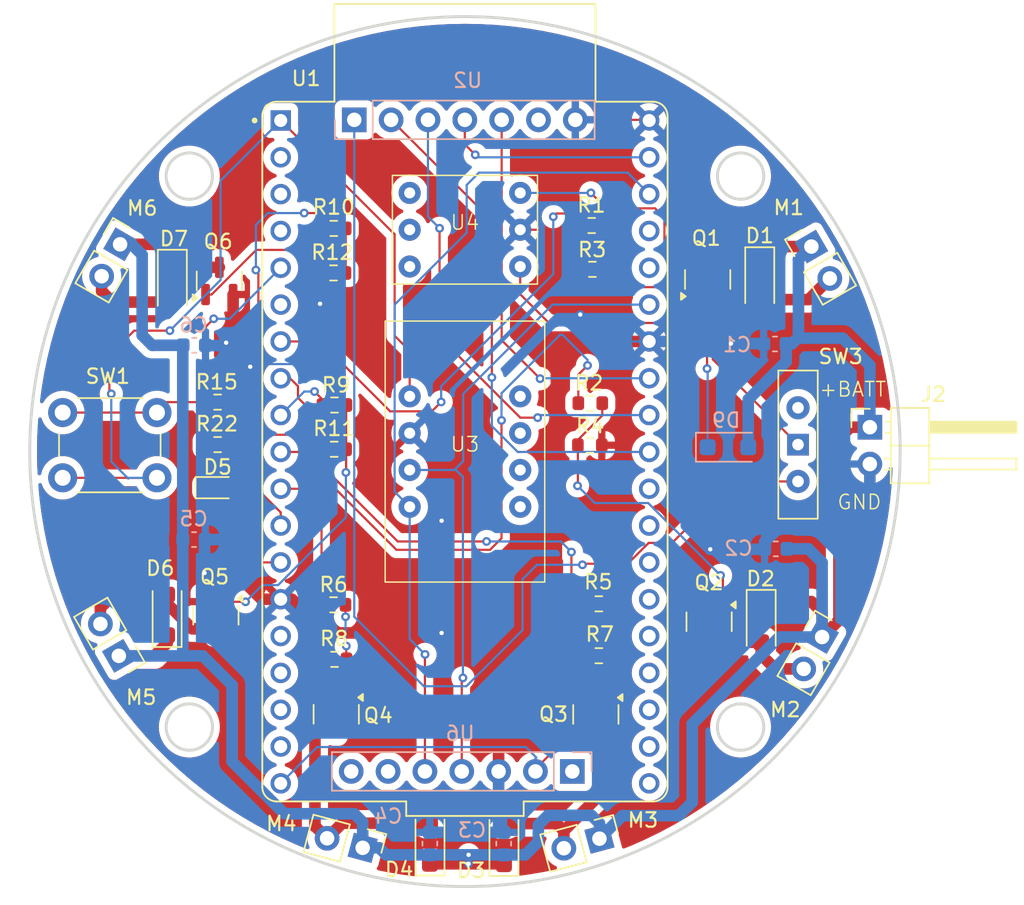
<source format=kicad_pcb>
(kicad_pcb (version 20240108) (generator "pcbnew") (generator_version "8.0")
  (layers (0 "F.Cu" signal) (31 "B.Cu" signal) (34 "B.Paste" user) (35 "F.Paste" user) (36 "B.SilkS" user "B.Silkscreen") (37 "F.SilkS" user "F.Silkscreen") (38 "B.Mask" user) (39 "F.Mask" user) (44 "Edge.Cuts" user))
  (net 0 "")
  (net 1 "+BATT")
  (net 2 "GND")
  (net 3 "Net-(D1-A)")
  (net 4 "Net-(D2-A)")
  (net 5 "Net-(D3-A)")
  (net 6 "Net-(D4-A)")
  (net 7 "Net-(D5-K)")
  (net 8 "Net-(D5-A)")
  (net 9 "Net-(D6-A)")
  (net 10 "Net-(D7-A)")
  (net 11 "Net-(D9-K)")
  (net 12 "Net-(Q1-G)")
  (net 13 "Net-(Q2-G)")
  (net 14 "Net-(Q3-G)")
  (net 15 "Net-(Q4-G)")
  (net 16 "Net-(Q5-G)")
  (net 17 "Net-(Q6-G)")
  (net 18 "motor1")
  (net 19 "motor4")
  (net 20 "motor2")
  (net 21 "motor5")
  (net 22 "motor3")
  (net 23 "motor6")
  (net 24 "Net-(U1-IO34)")
  (net 25 "+3V3")
  (net 26 "+5V")
  (net 28 "Net-(SW3-B)")
  (net 30 "SPI_CS0")
  (net 31 "SPI_SCK")
  (net 32 "SCL")
  (net 42 "SPI_MOSI")
  (net 43 "SPI_MISO")
  (net 49 "SDA")
  (footprint "Package_TO_SOT_SMD:SOT-23" (layer "F.Cu") (at 116.73 88.1325 90)
    (property "Reference" "Q1")
    (property "Value" "SQ2310CES")
  )
  (footprint "drone2:dcdc_converter_5V" (layer "F.Cu") (at 100 84.7)
    (property "Reference" "U4")
    (property "Value" "DCDC converter")
  )
  (footprint "Resistor_SMD:R_0603_1608Metric" (layer "F.Cu") (at 108.735 84.41 180)
    (property "Reference" "R1")
    (property "Value" "100Ω")
  )
  (footprint "Resistor_SMD:R_0603_1608Metric" (layer "F.Cu") (at 91.005 96.79 180)
    (property "Reference" "R9")
    (property "Value" "100Ω")
  )
  (footprint "Button_Switch_THT:SW_Slide-03_Wuerth-WS-SLTV_10x2.5x6.4_P2.54mm" (layer "F.Cu") (at 122.96 99.52 -90)
    (property "Reference" "SW3")
    (property "Value" "SW_Wuerth_450301014042")
  )
  (footprint "Package_TO_SOT_SMD:SOT-23" (layer "F.Cu") (at 91.1275 118.12 -90)
    (property "Reference" "Q4")
    (property "Value" "SQ2310CES")
  )
  (footprint "Button_Switch_THT:SW_PUSH_6mm_H5mm" (layer "F.Cu") (at 78.77 101.81 180)
    (property "Reference" "SW1")
    (property "Value" "SW_Push")
  )
  (footprint "Package_TO_SOT_SMD:SOT-23" (layer "F.Cu") (at 109.0225 118.13 -90)
    (property "Reference" "Q3")
    (property "Value" "SQ2310CES")
  )
  (footprint "Resistor_SMD:R_0603_1608Metric" (layer "F.Cu") (at 90.94 110.57 180)
    (property "Reference" "R6")
    (property "Value" "100Ω")
  )
  (footprint "Resistor_SMD:R_0603_1608Metric" (layer "F.Cu") (at 109.23 114.08)
    (property "Reference" "R7")
    (property "Value" "10kΩ")
  )
  (footprint "Resistor_SMD:R_0603_1608Metric" (layer "F.Cu") (at 108.61 99.56 180)
    (property "Reference" "R4")
    (property "Value" "10kΩ")
  )
  (footprint "Diode_SMD:D_SOD-123F" (layer "F.Cu") (at 79.83 88.29 -90)
    (property "Reference" "D7")
    (property "Value" "SS34")
  )
  (footprint "Package_TO_SOT_SMD:SOT-23" (layer "F.Cu") (at 83.07 88.23 90)
    (property "Reference" "Q6")
    (property "Value" "SQ2310CES")
  )
  (footprint "Connector_PinHeader_2.54mm:PinHeader_1x02_P2.54mm_Vertical" (layer "F.Cu") (at 76.14 114.09 -150)
    (property "Reference" "M5")
    (property "Value" "Motor_DC")
  )
  (footprint "Diode_SMD:D_SOD-123F" (layer "F.Cu") (at 79.47 111.27 90)
    (property "Reference" "D6")
    (property "Value" "SS34")
  )
  (footprint "Diode_SMD:D_SOD-123F" (layer "F.Cu") (at 120.42 111.75 -90)
    (property "Reference" "D2")
    (property "Value" "SS34")
  )
  (footprint "Resistor_SMD:R_0603_1608Metric" (layer "F.Cu") (at 90.955 84.61 180)
    (property "Reference" "R10")
    (property "Value" "100Ω")
  )
  (footprint "Resistor_SMD:R_0603_1608Metric" (layer "F.Cu") (at 108.64 96.66 180)
    (property "Reference" "R2")
    (property "Value" "100Ω")
  )
  (footprint "Connector_PinHeader_2.54mm:PinHeader_1x02_P2.54mm_Vertical" (layer "F.Cu") (at 124.62 112.79 -30)
    (property "Reference" "M2")
    (property "Value" "Motor_DC")
  )
  (footprint "Connector_PinHeader_2.54mm:PinHeader_1x02_P2.54mm_Vertical" (layer "F.Cu") (at 109.271556 126.700006 -75)
    (property "Reference" "M3")
    (property "Value" "Motor_DC")
  )
  (footprint "drone2:bno055_module" (layer "F.Cu") (at 100 100)
    (property "Reference" "U3")
    (property "Value" "bno055")
  )
  (footprint "Resistor_SMD:R_0603_1608Metric" (layer "F.Cu") (at 108.785 87.43)
    (property "Reference" "R3")
    (property "Value" "10kΩ")
  )
  (footprint "ESP32-DEVKITC-32E:MODULE_ESP32-DEVKITC-32E" (layer "F.Cu") (at 100 100)
    (property "Reference" "U1")
    (property "Value" "ESP32-DEVKITC-32E")
  )
  (footprint "Resistor_SMD:R_0603_1608Metric" (layer "F.Cu") (at 82.95 96.59 180)
    (property "Reference" "R15")
    (property "Value" "5.1kΩ")
  )
  (footprint "Diode_SMD:D_0603_1608Metric" (layer "F.Cu") (at 82.92 102.49)
    (property "Reference" "D5")
    (property "Value" "LED")
  )
  (footprint "Diode_SMD:D_SOD-123F" (layer "F.Cu") (at 120.32 88.1175 -90)
    (property "Reference" "D1")
    (property "Value" "SS34")
  )
  (footprint "Diode_SMD:D_SOD-123F" (layer "F.Cu") (at 97.59 127.03 90)
    (property "Reference" "D4")
    (property "Value" "SS34")
  )
  (footprint "Resistor_SMD:R_0603_1608Metric" (layer "F.Cu") (at 90.94 87.68)
    (property "Reference" "R12")
    (property "Value" "10kΩ")
  )
  (footprint "Connector_PinHeader_2.54mm:PinHeader_1x02_P2.54mm_Vertical" (layer "F.Cu") (at 76.2275 85.705818 -30)
    (property "Reference" "M6")
    (property "Value" "Motor_DC")
  )
  (footprint "Connector_PinHeader_2.54mm:PinHeader_1x02_P2.54mm_Horizontal" (layer "F.Cu") (at 127.91 98.32)
    (property "Reference" "J2")
    (property "Value" "Conn_01x02_Pin")
  )
  (footprint "Package_TO_SOT_SMD:SOT-23" (layer "F.Cu") (at 82.8325 111.29 -90)
    (property "Reference" "Q5")
    (property "Value" "SQ2310CES")
  )
  (footprint "Resistor_SMD:R_0603_1608Metric" (layer "F.Cu") (at 82.95 99.52 180)
    (property "Reference" "R22")
    (property "Value" "220Ω")
  )
  (footprint "Resistor_SMD:R_0603_1608Metric" (layer "F.Cu") (at 109.23 110.5 180)
    (property "Reference" "R5")
    (property "Value" "100Ω")
  )
  (footprint "Connector_PinHeader_2.54mm:PinHeader_1x02_P2.54mm_Vertical" (layer "F.Cu") (at 123.88 85.86 30)
    (property "Reference" "M1")
    (property "Value" "Motor_DC")
  )
  (footprint "Connector_PinHeader_2.54mm:PinHeader_1x02_P2.54mm_Vertical" (layer "F.Cu") (at 92.951556 127.329994 -105)
    (property "Reference" "M4")
    (property "Value" "Motor_DC")
  )
  (footprint "Package_TO_SOT_SMD:SOT-23" (layer "F.Cu") (at 116.83 111.7375 -90)
    (property "Reference" "Q2")
    (property "Value" "SQ2310CES")
  )
  (footprint "Diode_SMD:D_SOD-123F" (layer "F.Cu") (at 102.69 127.0575 90)
    (property "Reference" "D3")
    (property "Value" "SS34")
  )
  (footprint "Resistor_SMD:R_0603_1608Metric" (layer "F.Cu") (at 91.01 114.33)
    (property "Reference" "R8")
    (property "Value" "10kΩ")
  )
  (footprint "Resistor_SMD:R_0603_1608Metric" (layer "F.Cu") (at 90.985 99.84)
    (property "Reference" "R11")
    (property "Value" "10kΩ")
  )
  (footprint "Capacitor_SMD:C_0603_1608Metric" (layer "B.Cu") (at 121.37 92.58 180)
    (property "Reference" "C1")
    (property "Value" "22uF")
  )
  (footprint "Capacitor_SMD:C_0603_1608Metric" (layer "B.Cu") (at 102.67 127.04 90)
    (property "Reference" "C3")
    (property "Value" "22uF")
  )
  (footprint "Capacitor_SMD:C_0603_1608Metric" (layer "B.Cu") (at 121.43 106.71 180)
    (property "Reference" "C2")
    (property "Value" "22uF")
  )
  (footprint "Connector_PinSocket_2.54mm:PinSocket_1x07_P2.54mm_Vertical" (layer "B.Cu") (at 107.4 122.06 90)
    (property "Reference" "U6")
    (property "Value" "VL53L1X")
  )
  (footprint "Capacitor_SMD:C_0603_1608Metric" (layer "B.Cu") (at 97.58 127.0375 90)
    (property "Reference" "C4")
    (property "Value" "22uF")
  )
  (footprint "Connector_PinSocket_2.54mm:PinSocket_1x07_P2.54mm_Vertical" (layer "B.Cu") (at 92.37 77.12 -90)
    (property "Reference" "U2")
    (property "Value" "PMW3901")
  )
  (footprint "Capacitor_SMD:C_0603_1608Metric" (layer "B.Cu") (at 81.325 106.07)
    (property "Reference" "C5")
    (property "Value" "22uF")
  )
  (footprint "Diode_SMD:D_SOD-123F" (layer "B.Cu") (at 118.13 99.7)
    (property "Reference" "D9")
    (property "Value" "SS34")
  )
  (footprint "Capacitor_SMD:C_0603_1608Metric" (layer "B.Cu") (at 81.34 92.67)
    (property "Reference" "C6")
    (property "Value" "22uF")
  )
  (gr_circle (center 81 81) (end 82.6 81) (stroke (width 0.2)) (fill none) (layer "Edge.Cuts"))
  (gr_circle (center 81 119) (end 82.6 119) (stroke (width 0.2)) (fill none) (layer "Edge.Cuts"))
  (gr_circle (center 119 81) (end 120.6 81) (stroke (width 0.2)) (fill none) (layer "Edge.Cuts"))
  (gr_circle (center 100 100) (end 130 100) (stroke (width 0.2)) (fill none) (layer "Edge.Cuts"))
  (gr_circle (center 119 119) (end 120.6 119) (stroke (width 0.2)) (fill none) (layer "Edge.Cuts"))
  (gr_text "GND" (at 125.6 104.07 0) (layer "F.SilkS") (effects (font (size 1 1) (thickness 0.1)) (justify left bottom)))
  (gr_text "+BATT" (at 124.36 96.29 0) (layer "F.SilkS") (effects (font (size 1 1) (thickness 0.1)) (justify left bottom)))
  (segment (start 127.91 98.32) (end 126.57 98.32) (width 0.8) (layer "F.Cu") (net 1))
  (segment (start 79.255818 85.705818) (end 79.83 86.28) (width 0.8) (layer "F.Cu") (net 1))
  (segment (start 76.2275 85.705818) (end 79.255818 85.705818) (width 0.8) (layer "F.Cu") (net 1))
  (segment (start 125.78 111.63) (end 124.62 112.79) (width 0.8) (layer "F.Cu") (net 1))
  (segment (start 125.78 99.11) (end 125.78 111.63) (width 0.8) (layer "F.Cu") (net 1))
  (segment (start 123.88 85.86) (end 120.71 85.86) (width 0.8) (layer "F.Cu") (net 1))
  (segment (start 79.47 112.67) (end 79.47 113.21) (width 0.8) (layer "F.Cu") (net 1))
  (segment (start 78.59 114.09) (end 76.14 114.09) (width 0.8) (layer "F.Cu") (net 1))
  (segment (start 120.71 85.86) (end 120.32 86.25) (width 0.8) (layer "F.Cu") (net 1))
  (segment (start 79.83 86.28) (end 79.83 86.89) (width 0.8) (layer "F.Cu") (net 1))
  (segment (start 102.6625 128.43) (end 102.69 128.4575) (width 0.8) (layer "F.Cu") (net 1))
  (segment (start 124.62 111.09) (end 124.62 112.79) (width 0.8) (layer "F.Cu") (net 1))
  (segment (start 97.59 128.43) (end 102.6625 128.43) (width 0.8) (layer "F.Cu") (net 1))
  (segment (start 120.42 110.35) (end 123.88 110.35) (width 0.8) (layer "F.Cu") (net 1))
  (segment (start 120.32 86.25) (end 120.32 86.7175) (width 0.8) (layer "F.Cu") (net 1))
  (segment (start 123.88 110.35) (end 124.62 111.09) (width 0.8) (layer "F.Cu") (net 1))
  (segment (start 126.57 98.32) (end 125.78 99.11) (width 0.8) (layer "F.Cu") (net 1))
  (segment (start 79.47 113.21) (end 78.59 114.09) (width 0.8) (layer "F.Cu") (net 1))
  (via (at 100.25 128.43) (size 0.6) (drill 0.3) (layers "F.Cu" "B.Cu") (net 1))
  (via (at 100.25 127.8125) (size 0.6) (drill 0.3) (layers "F.Cu" "B.Cu") (net 1))
  (segment (start 92.37 124.98) (end 87.550865 124.98) (width 0.8) (layer "B.Cu") (net 1))
  (segment (start 105.72 125.09) (end 105.06 125.75) (width 0.8) (layer "B.Cu") (net 1))
  (segment (start 115.67 118.790881) (end 115.67 124.18) (width 0.8) (layer "B.Cu") (net 1))
  (segment (start 105.06 125.75) (end 105.06 126.91) (width 0.8) (layer "B.Cu") (net 1))
  (segment (start 83.95 116.11) (end 81.93 114.09) (width 0.8) (layer "B.Cu") (net 1))
  (segment (start 127.91 98.32) (end 127.91 94.05) (width 0.8) (layer "B.Cu") (net 1))
  (segment (start 80.59 114.09) (end 76.14 114.09) (width 0.8) (layer "B.Cu") (net 1))
  (segment (start 126.04 92.18) (end 123.05 92.18) (width 0.8) (layer "B.Cu") (net 1))
  (segment (start 122.145 93.795) (end 119.53 96.41) (width 0.8) (layer "B.Cu") (net 1))
  (segment (start 81.93 114.09) (end 80.59 114.09) (width 0.8) (layer "B.Cu") (net 1))
  (segment (start 97.58 127.8125) (end 94.5725 127.8125) (width 0.8) (layer "B.Cu") (net 1))
  (segment (start 122.145 92.58) (end 122.53 92.58) (width 0.8) (layer "B.Cu") (net 1))
  (segment (start 114.799779 125.050221) (end 114.701826 125.110001) (width 0.8) (layer "B.Cu") (net 1))
  (segment (start 109.271556 125.641556) (end 108.72 125.09) (width 0.8) (layer "B.Cu") (net 1))
  (segment (start 97.58 127.8125) (end 102.6675 127.8125) (width 0.8) (layer "B.Cu") (net 1))
  (segment (start 80.565 92.67) (end 78.44 92.67) (width 0.8) (layer "B.Cu") (net 1))
  (segment (start 108.72 125.09) (end 105.72 125.09) (width 0.8) (layer "B.Cu") (net 1))
  (segment (start 94.5725 127.8125) (end 94.089994 127.329994) (width 0.8) (layer "B.Cu") (net 1))
  (segment (start 109.271556 126.700006) (end 109.271556 125.641556) (width 0.8) (layer "B.Cu") (net 1))
  (segment (start 94.089994 127.329994) (end 92.951556 127.329994) (width 0.8) (layer "B.Cu") (net 1))
  (segment (start 104.155 127.815) (end 102.67 127.815) (width 0.8) (layer "B.Cu") (net 1))
  (segment (start 87.550865 124.98) (end 83.95 121.379135) (width 0.8) (layer "B.Cu") (net 1))
  (segment (start 124.62 107.65) (end 124.62 112.79) (width 0.8) (layer "B.Cu") (net 1))
  (segment (start 123.05 92.18) (end 122.99 92.12) (width 0.8) (layer "B.Cu") (net 1))
  (segment (start 121.670881 112.79) (end 115.67 118.790881) (width 0.8) (layer "B.Cu") (net 1))
  (segment (start 122.53 92.58) (end 122.99 92.12) (width 0.8) (layer "B.Cu") (net 1))
  (segment (start 122.99 86.75) (end 123.88 85.86) (width 0.8) (layer "B.Cu") (net 1))
  (segment (start 115.67 124.18) (end 114.799779 125.050221) (width 0.8) (layer "B.Cu") (net 1))
  (segment (start 80.55 114.05) (end 80.59 114.09) (width 0.8) (layer "B.Cu") (net 1))
  (segment (start 114.701826 125.110001) (end 110.861561 125.110001) (width 0.8) (layer "B.Cu") (net 1))
  (segment (start 83.95 121.379135) (end 83.95 116.11) (width 0.8) (layer "B.Cu") (net 1))
  (segment (start 122.99 92.12) (end 122.99 86.75) (width 0.8) (layer "B.Cu") (net 1))
  (segment (start 122.205 106.71) (end 123.68 106.71) (width 0.8) (layer "B.Cu") (net 1))
  (segment (start 80.55 106.07) (end 80.55 92.685) (width 0.8) (layer "B.Cu") (net 1))
  (segment (start 102.6675 127.8125) (end 102.67 127.815) (width 0.8) (layer "B.Cu") (net 1))
  (segment (start 119.53 96.41) (end 119.53 99.7) (width 0.8) (layer "B.Cu") (net 1))
  (segment (start 92.951556 127.329994) (end 92.951556 125.561556) (width 0.8) (layer "B.Cu") (net 1))
  (segment (start 124.62 112.79) (end 121.670881 112.79) (width 0.8) (layer "B.Cu") (net 1))
  (segment (start 77.025818 85.705818) (end 76.2275 85.705818) (width 0.8) (layer "B.Cu") (net 1))
  (segment (start 110.861561 125.110001) (end 109.271556 126.700006) (width 0.8) (layer "B.Cu") (net 1))
  (segment (start 92.951556 125.561556) (end 92.37 124.98) (width 0.8) (layer "B.Cu") (net 1))
  (segment (start 78.44 92.67) (end 77.75 91.98) (width 0.8) (layer "B.Cu") (net 1))
  (segment (start 105.06 126.91) (end 104.155 127.815) (width 0.8) (layer "B.Cu") (net 1))
  (segment (start 77.75 91.98) (end 77.75 86.43) (width 0.8) (layer "B.Cu") (net 1))
  (segment (start 122.145 92.58) (end 122.145 93.795) (width 0.8) (layer "B.Cu") (net 1))
  (segment (start 127.91 94.05) (end 126.04 92.18) (width 0.8) (layer "B.Cu") (net 1))
  (segment (start 80.55 106.07) (end 80.55 114.05) (width 0.8) (layer "B.Cu") (net 1))
  (segment (start 77.75 86.43) (end 77.025818 85.705818) (width 0.8) (layer "B.Cu") (net 1))
  (segment (start 80.55 92.685) (end 80.565 92.67) (width 0.8) (layer "B.Cu") (net 1))
  (segment (start 123.68 106.71) (end 124.62 107.65) (width 0.8) (layer "B.Cu") (net 1))
  (segment (start 98.39 112.51) (end 106.835 112.51) (width 0.8) (layer "F.Cu") (net 2))
  (segment (start 85.975 110.185) (end 87.3 110.185) (width 0.8) (layer "F.Cu") (net 2))
  (segment (start 83.775 96.59) (end 83.775 98.84) (width 0.15) (layer "F.Cu") (net 2))
  (segment (start 117.68 91.89) (end 118.34 92.55) (width 0.8) (layer "F.Cu") (net 2))
  (segment (start 115.88 110.8) (end 115.88 107.77) (width 0.8) (layer "F.Cu") (net 2))
  (segment (start 81.8825 108.5375) (end 82.05 108.37) (width 0.8) (layer "F.Cu") (net 2))
  (segment (start 88.94 112.51) (end 98.39 112.51) (width 0.8) (layer "F.Cu") (net 2))
  (segment (start 106.3 103.42) (end 106.3 94.18) (width 0.8) (layer "F.Cu") (net 2))
  (segment (start 108.075 92.405) (end 112.7 92.405) (width 0.8) (layer "F.Cu") (net 2))
  (segment (start 81.8825 110.3525) (end 81.8825 108.5375) (width 0.8) (layer "F.Cu") (net 2))
  (segment (start 90.115 89.705) (end 90.115 87.68) (width 0.15) (layer "F.Cu") (net 2))
  (segment (start 106.04 84.7) (end 103.81 84.7) (width 0.15) (layer "F.Cu") (net 2))
  (segment (start 90.1775 114.3375) (end 90.185 114.33) (width 0.8) (layer "F.Cu") (net 2))
  (segment (start 108.0725 117.1925) (end 108.0725 115.4975) (width 0.8) (layer "F.Cu") (net 2))
  (segment (start 109.435 101.965) (end 107.9 103.5) (width 0.15) (layer "F.Cu") (net 2))
  (segment (start 115.88 107.77) (end 116.91 106.74) (width 0.8) (layer "F.Cu") (net 2))
  (segment (start 90.1775 115.98) (end 90.1775 114.3375) (width 0.8) (layer "F.Cu") (net 2))
  (segment (start 82.05 108.37) (end 84.16 108.37) (width 0.8) (layer "F.Cu") (net 2))
  (segment (start 107.9 103.5) (end 106.38 103.5) (width 0.15) (layer "F.Cu") (net 2))
  (segment (start 106.38 103.5) (end 106.3 103.42) (width 0.15) (layer "F.Cu") (net 2))
  (segment (start 106.3 111.975) (end 106.3 103.42) (width 0.8) (layer "F.Cu") (net 2))
  (segment (start 106.835 112.51) (end 106.9825 112.6575) (width 0.8) (layer "F.Cu") (net 2))
  (segment (start 88.94 112.51) (end 88.94 115.36) (width 0.8) (layer "F.Cu") (net 2))
  (segment (start 106.9825 112.6575) (end 106.3 111.975) (width 0.8) (layer "F.Cu") (net 2))
  (segment (start 108.0725 115.4975) (end 108.405 115.165) (width 0.8) (layer "F.Cu") (net 2))
  (segment (start 107.96 87.43) (end 107.96 90.54) (width 0.15) (layer "F.Cu") (net 2))
  (segment (start 98.39 100.93) (end 98.39 104.77) (width 0.15) (layer "F.Cu") (net 2))
  (segment (start 109.435 99.56) (end 109.435 101.965) (width 0.15) (layer "F.Cu") (net 2))
  (segment (start 102.32 118.47) (end 103.5975 117.1925) (width 0.8) (layer "F.Cu") (net 2))
  (segment (start 108.405 114.08) (end 106.9825 112.6575) (width 0.8) (layer "F.Cu") (net 2))
  (segment (start 90.1775 117.1825) (end 90.1775 115.98) (width 0.8) (layer "F.Cu") (net 2))
  (segment (start 108.405 115.165) (end 108.405 114.08) (width 0.8) (layer "F.Cu") (net 2))
  (segment (start 83.775 98.84) (end 83.775 99.52) (width 0.15) (layer "F.Cu") (net 2))
  (segment (start 107.96 87.43) (end 107.96 86.58) (width 0.15) (layer "F.Cu") (net 2))
  (segment (start 112.655 77.12) (end 112.7 77.165) (width 0.15) (layer "F.Cu") (net 2))
  (segment (start 107.61 77.12) (end 112.655 77.12) (width 0.15) (layer "F.Cu") (net 2))
  (segment (start 106.3 94.18) (end 108.075 92.405) (width 0.8) (layer "F.Cu") (net 2))
  (segment (start 90.01 89.81) (end 90.115 89.705) (width 0.15) (layer "F.Cu") (net 2))
  (segment (start 88.94 111.05) (end 88.94 112.51) (width 0.8) (layer "F.Cu") (net 2))
  (segment (start 83.775 95.575) (end 85.2 94.15) (width 0.15) (layer "F.Cu") (net 2))
  (segment (start 87.3 110.185) (end 88.075 110.185) (width 0.8) (layer "F.Cu") (net 2))
  (segment (start 83.775 96.59) (end 83.775 95.575) (width 0.15) (layer "F.Cu") (net 2))
  (segment (start 83.775 98.84) (end 89.89 98.84) (width 0.15) (layer "F.Cu") (net 2))
  (segment (start 89.89 98.84) (end 90.16 99.11) (width 0.15) (layer "F.Cu") (net 2))
  (segment (start 96.19 98.73) (end 98.39 100.93) (width 0.15) (layer "F.Cu") (net 2))
  (segment (start 117.68 89.07) (end 117.68 91.89) (width 0.8) (layer "F.Cu") (net 2))
  (segment (start 103.5975 117.1925) (end 108.0725 117.1925) (width 0.8) (layer "F.Cu") (net 2))
  (segment (start 106.06 84.68) (end 106.04 84.7) (width 0.15) (layer "F.Cu") (net 2))
  (segment (start 107.61 80.9) (end 107.61 77.12) (width 0.15) (layer "F.Cu") (net 2))
  (segment (start 84.16 108.37) (end 85.975 110.185) (width 0.8) (layer "F.Cu") (net 2))
  (segment (start 103.81 84.7) (end 107.61 80.9) (width 0.15) (layer "F.Cu") (net 2))
  (segment (start 88.94 115.36) (end 89.56 115.98) (width 0.8) (layer "F.Cu") (net 2))
  (segment (start 90.16 99.11) (end 90.16 99.84) (width 0.15) (layer "F.Cu") (net 2))
  (segment (start 88.075 110.185) (end 88.94 111.05) (width 0.8) (layer "F.Cu") (net 2))
  (segment (start 107.96 86.58) (end 106.06 84.68) (width 0.15) (layer "F.Cu") (net 2))
  (segment (start 102.32 122.06) (end 102.32 118.47) (width 0.8) (layer "F.Cu") (net 2))
  (segment (start 107.96 90.54) (end 107.95 90.55) (width 0.15) (layer "F.Cu") (net 2))
  (segment (start 89.56 115.98) (end 90.1775 115.98) (width 0.8) (layer "F.Cu") (net 2))
  (segment (start 84.02 89.1675) (end 84.02 92.01) (width 0.8) (layer "F.Cu") (net 2))
  (segment (start 84.02 92.01) (end 83.54 92.49) (width 0.8) (layer "F.Cu") (net 2))
  (via (at 116.91 106.74) (size 0.6) (drill 0.3) (layers "F.Cu" "B.Cu") (net 2))
  (via (at 118.34 92.55) (size 0.6) (drill 0.3) (layers "F.Cu" "B.Cu") (net 2))
  (via (at 85.2 94.15) (size 0.6) (drill 0.3) (layers "F.Cu" "B.Cu") (net 2))
  (via (at 98.39 104.77) (size 0.6) (drill 0.3) (layers "F.Cu" "B.Cu") (net 2))
  (via (at 90.01 89.81) (size 0.6) (drill 0.3) (layers "F.Cu" "B.Cu") (net 2))
  (via (at 83.54 92.49) (size 0.6) (drill 0.3) (layers "F.Cu" "B.Cu") (net 2))
  (via (at 107.95 90.55) (size 0.6) (drill 0.3) (layers "F.Cu" "B.Cu") (net 2))
  (via (at 82.05 108.37) (size 0.6) (drill 0.3) (layers "F.Cu" "B.Cu") (net 2))
  (via (at 98.39 112.51) (size 0.6) (drill 0.3) (layers "F.Cu" "B.Cu") (net 2))
  (segment (start 85.2 94.15) (end 83.54 92.49) (width 0.8) (layer "B.Cu") (net 2))
  (segment (start 82.1 106.07) (end 84.35 106.07) (width 0.8) (layer "B.Cu") (net 2))
  (segment (start 115.26 105.09) (end 115.26 92.405) (width 0.8) (layer "B.Cu") (net 2))
  (segment (start 120.655 106.71) (end 120.655 106.235) (width 0.8) (layer "B.Cu") (net 2))
  (segment (start 112.7 92.405) (end 115.26 92.405) (width 0.8) (layer "B.Cu") (net 2))
  (segment (start 116.91 106.74) (end 115.26 105.09) (width 0.8) (layer "B.Cu") (net 2))
  (segment (start 98.39 104.77) (end 98.39 112.51) (width 0.15) (layer "B.Cu") (net 2))
  (segment (start 109.805 92.405) (end 112.7 92.405) (width 0.15) (layer "B.Cu") (net 2))
  (segment (start 116.91 106.74) (end 120.625 106.74) (width 0.8) (layer "B.Cu") (net 2))
  (segment (start 85.384 93.966) (end 88.264 93.966) (width 0.15) (layer "B.Cu") (net 2))
  (segment (start 102.6675 126.2625) (end 102.67 126.265) (width 0.8) (layer "B.Cu") (net 2))
  (segment (start 97.58 126.2625) (end 102.15 126.2625) (width 0.8) (layer "B.Cu") (net 2))
  (segment (start 89.98 92.25) (end 89.98 89.84) (width 0.15) (layer "B.Cu") (net 2))
  (segment (start 83.54 92.49) (end 83.34 92.69) (width 0.8) (layer "B.Cu") (net 2))
  (segment (start 84.35 106.07) (end 85.2 105.22) (width 0.8) (layer "B.Cu") (net 2))
  (segment (start 118.34 92.55) (end 120.565 92.55) (width 0.8) (layer "B.Cu") (net 2))
  (segment (start 82.135 92.69) (end 82.115 92.67) (width 0.8) (layer "B.Cu") (net 2))
  (segment (start 83.34 92.69) (end 82.135 92.69) (width 0.8) (layer "B.Cu") (net 2))
  (segment (start 85.2 94.15) (end 85.384 93.966) (width 0.15) (layer "B.Cu") (net 2))
  (segment (start 102.15 126.2625) (end 102.6675 126.2625) (width 0.8) (layer "B.Cu") (net 2))
  (segment (start 127.91 103.59) (end 127.91 100.86) (width 0.8) (layer "B.Cu") (net 2))
  (segment (start 122.11 104.78) (end 126.72 104.78) (width 0.8) (layer "B.Cu") (net 2))
  (segment (start 118.195 92.405) (end 118.34 92.55) (width 0.8) (layer "B.Cu") (net 2))
  (segment (start 82.05 108.37) (end 82.05 106.12) (width 0.8) (layer "B.Cu") (net 2))
  (segment (start 82.05 106.12) (end 82.1 106.07) (width 0.8) (layer "B.Cu") (net 2))
  (segment (start 89.98 89.84) (end 90.01 89.81) (width 0.15) (layer "B.Cu") (net 2))
  (segment (start 115.26 92.405) (end 118.195 92.405) (width 0.8) (layer "B.Cu") (net 2))
  (segment (start 120.625 106.74) (end 120.655 106.71) (width 0.8) (layer "B.Cu") (net 2))
  (segment (start 120.565 92.55) (end 120.595 92.58) (width 0.8) (layer "B.Cu") (net 2))
  (segment (start 120.655 106.235) (end 122.11 104.78) (width 0.8) (layer "B.Cu") (net 2))
  (segment (start 107.95 90.55) (end 109.805 92.405) (width 0.15) (layer "B.Cu") (net 2))
  (segment (start 102.32 122.06) (end 102.32 126.0925) (width 0.8) (layer "B.Cu") (net 2))
  (segment (start 102.32 126.0925) (end 102.15 126.2625) (width 0.8) (layer "B.Cu") (net 2))
  (segment (start 126.72 104.78) (end 127.91 103.59) (width 0.8) (layer "B.Cu") (net 2))
  (segment (start 88.264 93.966) (end 89.98 92.25) (width 0.15) (layer "B.Cu") (net 2))
  (segment (start 85.2 105.22) (end 85.2 94.15) (width 0.8) (layer "B.Cu") (net 2))
  (segment (start 120.32 88.71) (end 120.32 89.5175) (width 0.8) (layer "F.Cu") (net 3))
  (segment (start 118.805 87.195) (end 120.32 88.71) (width 0.8) (layer "F.Cu") (net 3))
  (segment (start 123.692205 89.5175) (end 125.15 88.059705) (width 0.8) (layer "F.Cu") (net 3))
  (segment (start 116.73 87.195) (end 118.805 87.195) (width 0.8) (layer "F.Cu") (net 3))
  (segment (start 120.32 89.5175) (end 123.692205 89.5175) (width 0.8) (layer "F.Cu") (net 3))
  (segment (start 120.42 113.15) (end 120.42 114.02) (width 0.8) (layer "F.Cu") (net 4))
  (segment (start 121.389705 114.989705) (end 123.35 114.989705) (width 0.8) (layer "F.Cu") (net 4))
  (segment (start 119.21 113.15) (end 120.42 113.15) (width 0.8) (layer "F.Cu") (net 4))
  (segment (start 120.42 114.02) (end 121.389705 114.989705) (width 0.8) (layer "F.Cu") (net 4))
  (segment (start 116.83 112.675) (end 118.735 112.675) (width 0.8) (layer "F.Cu") (net 4))
  (segment (start 118.735 112.675) (end 119.21 113.15) (width 0.8) (layer "F.Cu") (net 4))
  (segment (start 102.69 125.6575) (end 106.320279 125.6575) (width 0.8) (layer "F.Cu") (net 5))
  (segment (start 106.818104 127.357406) (end 106.818104 126.155325) (width 0.8) (layer "F.Cu") (net 5))
  (segment (start 110.3 122.673429) (end 110.3 119.65) (width 0.8) (layer "F.Cu") (net 5))
  (segment (start 106.818104 126.155325) (end 110.3 122.673429) (width 0.8) (layer "F.Cu") (net 5))
  (segment (start 109.7175 119.0675) (end 109.0225 119.0675) (width 0.8) (layer "F.Cu") (net 5))
  (segment (start 110.3 119.65) (end 109.7175 119.0675) (width 0.8) (layer "F.Cu") (net 5))
  (segment (start 106.320279 125.6575) (end 106.818104 126.155325) (width 0.8) (layer "F.Cu") (net 5))
  (segment (start 91.540698 125.63) (end 90.498104 126.672594) (width 0.8) (layer "F.Cu") (net 6))
  (segment (start 91.1275 119.0575) (end 89.9525 119.0575) (width 0.8) (layer "F.Cu") (net 6))
  (segment (start 89.9525 119.0575) (end 89.66 119.35) (width 0.8) (layer "F.Cu") (net 6))
  (segment (start 89.68551 125.86) (end 90.498104 126.672594) (width 0.8) (layer "F.Cu") (net 6))
  (segment (start 97.59 125.63) (end 91.540698 125.63) (width 0.8) (layer "F.Cu") (net 6))
  (segment (start 89.66 125.86) (end 89.68551 125.86) (width 0.8) (layer "F.Cu") (net 6))
  (segment (start 89.66 119.35) (end 89.66 125.86) (width 0.8) (layer "F.Cu") (net 6))
  (segment (start 82.125 99.52) (end 82.125 102.4825) (width 0.15) (layer "F.Cu") (net 7))
  (segment (start 82.125 102.4825) (end 82.1325 102.49) (width 0.15) (layer "F.Cu") (net 7))
  (segment (start 84.455 107.645) (end 87.3 107.645) (width 0.15) (layer "F.Cu") (net 8))
  (segment (start 83.7075 102.49) (end 83.7075 106.8975) (width 0.15) (layer "F.Cu") (net 8))
  (segment (start 83.7075 106.8975) (end 84.455 107.645) (width 0.15) (layer "F.Cu") (net 8))
  (segment (start 79.47 110.49) (end 81.2075 112.2275) (width 0.8) (layer "F.Cu") (net 9))
  (segment (start 75.78 109.87) (end 79.47 109.87) (width 0.8) (layer "F.Cu") (net 9))
  (segment (start 81.2075 112.2275) (end 82.8325 112.2275) (width 0.8) (layer "F.Cu") (net 9))
  (segment (start 74.87 111.890295) (end 74.87 110.78) (width 0.8) (layer "F.Cu") (net 9))
  (segment (start 79.47 109.87) (end 79.47 110.49) (width 0.8) (layer "F.Cu") (net 9))
  (segment (start 74.87 110.78) (end 75.78 109.87) (width 0.8) (layer "F.Cu") (net 9))
  (segment (start 79.83 88.97) (end 81.5075 87.2925) (width 0.8) (layer "F.Cu") (net 10))
  (segment (start 81.5075 87.2925) (end 83.07 87.2925) (width 0.8) (layer "F.Cu") (net 10))
  (segment (start 75.71 89.69) (end 79.83 89.69) (width 0.8) (layer "F.Cu") (net 10))
  (segment (start 74.9575 87.905523) (end 74.9575 88.9375) (width 0.8) (layer "F.Cu") (net 10))
  (segment (start 74.9575 88.9375) (end 75.71 89.69) (width 0.8) (layer "F.Cu") (net 10))
  (segment (start 79.83 89.69) (end 79.83 88.97) (width 0.8) (layer "F.Cu") (net 10))
  (segment (start 116.69 92.52) (end 115.3 91.13) (width 0.15) (layer "F.Cu") (net 11))
  (segment (start 103.81 89.15) (end 103.81 87.24) (width 0.15) (layer "F.Cu") (net 11))
  (segment (start 116.69 94.28) (end 116.69 92.52) (width 0.15) (layer "F.Cu") (net 11))
  (segment (start 115.3 91.13) (end 105.79 91.13) (width 0.15) (layer "F.Cu") (net 11))
  (segment (start 105.79 91.13) (end 103.81 89.15) (width 0.15) (layer "F.Cu") (net 11))
  (via (at 116.69 94.28) (size 0.6) (drill 0.3) (layers "F.Cu" "B.Cu") (net 11))
  (segment (start 116.73 94.32) (end 116.69 94.28) (width 0.15) (layer "B.Cu") (net 11))
  (segment (start 116.73 99.7) (end 116.73 94.32) (width 0.15) (layer "B.Cu") (net 11))
  (segment (start 109.61 84.46) (end 109.56 84.41) (width 0.15) (layer "F.Cu") (net 12))
  (segment (start 109.61 87.43) (end 109.61 84.46) (width 0.15) (layer "F.Cu") (net 12))
  (segment (start 110.48 88.66) (end 114.56 88.66) (width 0.15) (layer "F.Cu") (net 12))
  (segment (start 109.61 87.79) (end 110.48 88.66) (width 0.15) (layer "F.Cu") (net 12))
  (segment (start 114.56 88.66) (end 114.97 89.07) (width 0.15) (layer "F.Cu") (net 12))
  (segment (start 109.61 87.43) (end 109.61 87.79) (width 0.15) (layer "F.Cu") (net 12))
  (segment (start 114.97 89.07) (end 115.78 89.07) (width 0.15) (layer "F.Cu") (net 12))
  (segment (start 107.785 99.56) (end 107.785 99.195) (width 0.15) (layer "F.Cu") (net 13))
  (segment (start 107.785 102.335) (end 107.785 99.56) (width 0.15) (layer "F.Cu") (net 13))
  (segment (start 117.78 108.7) (end 117.62 108.54) (width 0.15) (layer "F.Cu") (net 13))
  (segment (start 107.785 99.195) (end 109.465 97.515) (width 0.15) (layer "F.Cu") (net 13))
  (segment (start 117.78 110.8) (end 117.78 108.7) (width 0.15) (layer "F.Cu") (net 13))
  (segment (start 109.465 97.515) (end 109.465 96.66) (width 0.15) (layer "F.Cu") (net 13))
  (segment (start 107.76 102.36) (end 107.785 102.335) (width 0.15) (layer "F.Cu") (net 13))
  (via (at 107.76 102.36) (size 0.6) (drill 0.3) (layers "F.Cu" "B.Cu") (net 13))
  (via (at 117.62 108.54) (size 0.6) (drill 0.3) (layers "F.Cu" "B.Cu") (net 13))
  (segment (start 108.95 103.55) (end 107.76 102.36) (width 0.15) (layer "B.Cu") (net 13))
  (segment (start 117.62 108.54) (end 112.63 103.55) (width 0.15) (layer "B.Cu") (net 13))
  (segment (start 112.63 103.55) (end 108.95 103.55) (width 0.15) (layer "B.Cu") (net 13))
  (segment (start 109.9725 117.1925) (end 109.9725 114.1625) (width 0.15) (layer "F.Cu") (net 14))
  (segment (start 109.9725 114.1625) (end 110.055 114.08) (width 0.15) (layer "F.Cu") (net 14))
  (segment (start 110.055 114.08) (end 110.055 110.5) (width 0.15) (layer "F.Cu") (net 14))
  (segment (start 91.835 116.94) (end 92.0775 117.1825) (width 0.15) (layer "F.Cu") (net 15))
  (segment (start 91.765 110.57) (end 91.765 111.385) (width 0.15) (layer "F.Cu") (net 15))
  (segment (start 91.765 111.385) (end 91.77 111.39) (width 0.15) (layer "F.Cu") (net 15))
  (segment (start 91.82 114.315) (end 91.835 114.33) (width 0.15) (layer "F.Cu") (net 15))
  (segment (start 91.82 113.41) (end 91.82 114.315) (width 0.15) (layer "F.Cu") (net 15))
  (segment (start 91.835 114.33) (end 91.835 116.94) (width 0.15) (layer "F.Cu") (net 15))
  (via (at 91.77 111.39) (size 0.6) (drill 0.3) (layers "F.Cu" "B.Cu") (net 15))
  (via (at 91.82 113.41) (size 0.6) (drill 0.3) (layers "F.Cu" "B.Cu") (net 15))
  (segment (start 91.77 111.39) (end 91.77 113.36) (width 0.15) (layer "B.Cu") (net 15))
  (segment (start 91.77 113.36) (end 91.82 113.41) (width 0.15) (layer "B.Cu") (net 15))
  (segment (start 91.81 99.84) (end 91.81 101.425) (width 0.15) (layer "F.Cu") (net 16))
  (segment (start 84.878603 110.361397) (end 83.791397 110.361397) (width 0.15) (layer "F.Cu") (net 16))
  (segment (start 91.81 99.84) (end 91.81 96.81) (width 0.15) (layer "F.Cu") (net 16))
  (segment (start 91.81 101.425) (end 91.795 101.44) (width 0.15) (layer "F.Cu") (net 16))
  (segment (start 91.81 96.81) (end 91.83 96.79) (width 0.15) (layer "F.Cu") (net 16))
  (segment (start 83.791397 110.361397) (end 83.7825 110.3525) (width 0.15) (layer "F.Cu") (net 16))
  (via (at 84.878603 110.361397) (size 0.6) (drill 0.3) (layers "F.Cu" "B.Cu") (net 16))
  (via (at 91.795 101.44) (size 0.6) (drill 0.3) (layers "F.Cu" "B.Cu") (net 16))
  (segment (start 86.03 109.21) (end 84.878603 110.361397) (width 0.15) (layer "B.Cu") (net 16))
  (segment (start 87.119516 109.21) (end 86.03 109.21) (width 0.15) (layer "B.Cu") (net 16))
  (segment (start 91.795 104.534516) (end 87.119516 109.21) (width 0.15) (layer "B.Cu") (net 16))
  (segment (start 91.795 101.44) (end 91.795 104.534516) (width 0.15) (layer "B.Cu") (net 16))
  (segment (start 91.78 86.09) (end 91.78 87.665) (width 0.15) (layer "F.Cu") (net 17))
  (segment (start 91.78 84.61) (end 91.78 86.09) (width 0.15) (layer "F.Cu") (net 17))
  (segment (start 82.12 89.1675) (end 82.537696 89.1675) (width 0.15) (layer "F.Cu") (net 17))
  (segment (start 91.78 87.665) (end 91.765 87.68) (width 0.15) (layer "F.Cu") (net 17))
  (segment (start 85.615196 86.09) (end 91.78 86.09) (width 0.15) (layer "F.Cu") (net 17))
  (segment (start 82.537696 89.1675) (end 85.615196 86.09) (width 0.15) (layer "F.Cu") (net 17))
  (segment (start 107.7 83.58) (end 106.48 83.58) (width 0.15) (layer "F.Cu") (net 18))
  (segment (start 106.31 83.58) (end 106.09 83.8) (width 0.15) (layer "F.Cu") (net 18))
  (segment (start 90.025 92.405) (end 87.3 92.405) (width 0.15) (layer "F.Cu") (net 18))
  (segment (start 107.91 83.79) (end 107.7 83.58) (width 0.15) (layer "F.Cu") (net 18))
  (segment (start 106.48 83.58) (end 106.31 83.58) (width 0.15) (layer "F.Cu") (net 18))
  (segment (start 107.91 84.41) (end 107.91 83.79) (width 0.15) (layer "F.Cu") (net 18))
  (segment (start 98.36 96.58) (end 97.713 97.227) (width 0.15) (layer "F.Cu") (net 18))
  (segment (start 94.847 97.227) (end 90.025 92.405) (width 0.15) (layer "F.Cu") (net 18))
  (segment (start 97.713 97.227) (end 94.847 97.227) (width 0.15) (layer "F.Cu") (net 18))
  (via (at 98.36 96.58) (size 0.6) (drill 0.3) (layers "F.Cu" "B.Cu") (net 18))
  (via (at 106.09 83.8) (size 0.6) (drill 0.3) (layers "F.Cu" "B.Cu") (net 18))
  (segment (start 106.09 83.8) (end 106.09 87.75654) (width 0.15) (layer "B.Cu") (net 18))
  (segment (start 98.36 95.48654) (end 98.36 96.58) (width 0.15) (layer "B.Cu") (net 18))
  (segment (start 106.09 87.75654) (end 98.36 95.48654) (width 0.15) (layer "B.Cu") (net 18))
  (segment (start 101.728173 106.775) (end 95.275 106.775) (width 0.15) (layer "F.Cu") (net 19))
  (segment (start 107.815 96.66) (end 107.815 94.695) (width 0.15) (layer "F.Cu") (net 19))
  (segment (start 102.52 105.983173) (end 101.728173 106.775) (width 0.15) (layer "F.Cu") (net 19))
  (segment (start 88.51 100.01) (end 88.495 100.025) (width 0.15) (layer "F.Cu") (net 19))
  (segment (start 95.275 106.775) (end 88.51 100.01) (width 0.15) (layer "F.Cu") (net 19))
  (segment (start 88.495 100.025) (end 87.3 100.025) (width 0.15) (layer "F.Cu") (net 19))
  (segment (start 102.52 97.85) (end 102.52 105.983173) (width 0.15) (layer "F.Cu") (net 19))
  (segment (start 107.815 94.695) (end 108.45 94.06) (width 0.15) (layer "F.Cu") (net 19))
  (via (at 102.52 97.85) (size 0.6) (drill 0.3) (layers "F.Cu" "B.Cu") (net 19))
  (via (at 108.45 94.06) (size 0.6) (drill 0.3) (layers "F.Cu" "B.Cu") (net 19))
  (segment (start 108.45 93.67) (end 106.73 91.95) (width 0.15) (layer "B.Cu") (net 19))
  (segment (start 108.45 94.06) (end 108.45 93.67) (width 0.15) (layer "B.Cu") (net 19))
  (segment (start 106.73 91.95) (end 106.55 91.95) (width 0.15) (layer "B.Cu") (net 19))
  (segment (start 102.52 95.98) (end 102.52 97.85) (width 0.15) (layer "B.Cu") (net 19))
  (segment (start 106.55 91.95) (end 102.52 95.98) (width 0.15) (layer "B.Cu") (net 19))
  (segment (start 88.49 95.49) (end 87.945 94.945) (width 0.15) (layer "F.Cu") (net 20))
  (segment (start 107.34 109.435) (end 107.34 106.93) (width 0.15) (layer "F.Cu") (net 20))
  (segment (start 90.835 98.635) (end 88.49 96.29) (width 0.15) (layer "F.Cu") (net 20))
  (segment (start 101.49 106.2) (end 95.367708 106.2) (width 0.15) (layer "F.Cu") (net 20))
  (segment (start 95.367708 106.2) (end 90.835 101.667292) (width 0.15) (layer "F.Cu") (net 20))
  (segment (start 88.49 96.29) (end 88.49 95.49) (width 0.15) (layer "F.Cu") (net 20))
  (segment (start 90.835 101.667292) (end 90.835 98.635) (width 0.15) (layer "F.Cu") (net 20))
  (segment (start 87.945 94.945) (end 87.3 94.945) (width 0.15) (layer "F.Cu") (net 20))
  (segment (start 108.405 110.5) (end 107.34 109.435) (width 0.15) (layer "F.Cu") (net 20))
  (via (at 107.34 106.93) (size 0.6) (drill 0.3) (layers "F.Cu" "B.Cu") (net 20))
  (via (at 101.49 106.2) (size 0.6) (drill 0.3) (layers "F.Cu" "B.Cu") (net 20))
  (segment (start 107.34 106.93) (end 106.61 106.2) (width 0.15) (layer "B.Cu") (net 20))
  (segment (start 106.61 106.2) (end 101.49 106.2) (width 0.15) (layer "B.Cu") (net 20))
  (segment (start 90.115 110.57) (end 90.115 103.595) (width 0.15) (layer "F.Cu") (net 21))
  (segment (start 89.085 102.565) (end 87.3 102.565) (width 0.15) (layer "F.Cu") (net 21))
  (segment (start 90.115 103.595) (end 89.085 102.565) (width 0.15) (layer "F.Cu") (net 21))
  (segment (start 90.18 96.41) (end 89.63 95.86) (width 0.15) (layer "F.Cu") (net 22))
  (segment (start 90.18 96.79) (end 90.18 96.41) (width 0.15) (layer "F.Cu") (net 22))
  (via (at 89.63 95.86) (size 0.6) (drill 0.3) (layers "F.Cu" "B.Cu") (net 22))
  (segment (start 88.925 95.86) (end 87.3 97.485) (width 0.15) (layer "B.Cu") (net 22))
  (segment (start 89.63 95.86) (end 88.925 95.86) (width 0.15) (layer "B.Cu") (net 22))
  (segment (start 83.1 94.12) (end 85.76017 91.45983) (width 0.15) (layer "F.Cu") (net 23))
  (segment (start 83.1 99.997292) (end 83.1 94.12) (width 0.15) (layer "F.Cu") (net 23))
  (segment (start 85.76017 87.65017) (end 85.59 87.48) (width 0.15) (layer "F.Cu") (net 23))
  (segment (start 87.3 104.197292) (end 83.1 99.997292) (width 0.15) (layer "F.Cu") (net 23))
  (segment (start 90.13 83.82) (end 89.86 83.55) (width 0.15) (layer "F.Cu") (net 23))
  (segment (start 90.13 84.61) (end 90.13 83.82) (width 0.15) (layer "F.Cu") (net 23))
  (segment (start 88.92 83.55) (end 89.86 83.55) (width 0.15) (layer "F.Cu") (net 23))
  (segment (start 85.76017 91.45983) (end 85.76017 87.65017) (width 0.15) (layer "F.Cu") (net 23))
  (segment (start 87.3 105.105) (end 87.3 104.197292) (width 0.15) (layer "F.Cu") (net 23))
  (via (at 85.59 87.48) (size 0.6) (drill 0.3) (layers "F.Cu" "B.Cu") (net 23))
  (via (at 88.92 83.55) (size 0.6) (drill 0.3) (layers "F.Cu" "B.Cu") (net 23))
  (segment (start 85.59 87.48) (end 85.59 84.37) (width 0.15) (layer "B.Cu") (net 23))
  (segment (start 85.59 84.37) (end 86.41 83.55) (width 0.15) (layer "B.Cu") (net 23))
  (segment (start 86.41 83.55) (end 88.92 83.55) (width 0.15) (layer "B.Cu") (net 23))
  (segment (start 78.77 96.9) (end 79.08 96.59) (width 0.15) (layer "F.Cu") (net 24))
  (segment (start 72.27 97.31) (end 78.77 97.31) (width 0.15) (layer "F.Cu") (net 24))
  (segment (start 79.08 96.59) (end 82.125 96.59) (width 0.15) (layer "F.Cu") (net 24))
  (segment (start 82.125 96.59) (end 82.125 91.395) (width 0.15) (layer "F.Cu") (net 24))
  (segment (start 78.77 97.31) (end 78.77 96.9) (width 0.15) (layer "F.Cu") (net 24))
  (segment (start 82.125 91.395) (end 82.68 90.84) (width 0.15) (layer "F.Cu") (net 24))
  (via (at 82.68 90.84) (size 0.6) (drill 0.3) (layers "F.Cu" "B.Cu") (net 24))
  (segment (start 83.785 90.84) (end 87.3 87.325) (width 0.15) (layer "B.Cu") (net 24))
  (segment (start 82.68 90.84) (end 83.785 90.84) (width 0.15) (layer "B.Cu") (net 24))
  (segment (start 75.49 95.89) (end 75.62 96.02) (width 0.15) (layer "F.Cu") (net 25))
  (segment (start 75.49 93.37) (end 75.49 95.89) (width 0.15) (layer "F.Cu") (net 25))
  (segment (start 79.66 91.66) (end 77.2 91.66) (width 0.15) (layer "F.Cu") (net 25))
  (segment (start 95.153 92.013) (end 96.19 93.05) (width 0.15) (layer "F.Cu") (net 25))
  (segment (start 72.27 101.81) (end 78.77 101.81) (width 0.15) (layer "F.Cu") (net 25))
  (segment (start 77.2 91.66) (end 75.49 93.37) (width 0.15) (layer "F.Cu") (net 25))
  (segment (start 87.3 77.165) (end 95.153 85.018) (width 0.15) (layer "F.Cu") (net 25))
  (segment (start 96.19 93.05) (end 96.19 96.19) (width 0.15) (layer "F.Cu") (net 25))
  (segment (start 95.153 85.018) (end 95.153 92.013) (width 0.15) (layer "F.Cu") (net 25))
  (via (at 75.62 96.02) (size 0.6) (drill 0.3) (layers "F.Cu" "B.Cu") (net 25))
  (via (at 79.66 91.66) (size 0.6) (drill 0.3) (layers "F.Cu" "B.Cu") (net 25))
  (segment (start 76.79 101.86) (end 76.84 101.81) (width 0.15) (layer "B.Cu") (net 25))
  (segment (start 83.155687 81.309313) (end 83.155687 88.164313) (width 0.15) (layer "B.Cu") (net 25))
  (segment (start 75.62 100.69) (end 76.79 101.86) (width 0.15) (layer "B.Cu") (net 25))
  (segment (start 87.3 77.165) (end 83.155687 81.309313) (width 0.15) (layer "B.Cu") (net 25))
  (segment (start 83.155687 88.164313) (end 79.66 91.66) (width 0.15) (layer "B.Cu") (net 25))
  (segment (start 76.84 101.81) (end 78.77 101.81) (width 0.15) (layer "B.Cu") (net 25))
  (segment (start 75.62 96.02) (end 75.62 100.69) (width 0.15) (layer "B.Cu") (net 25))
  (segment (start 104.86 121.887304) (end 104.86 122.06) (width 0.15) (layer "F.Cu") (net 26))
  (segment (start 112.660484 106.3) (end 111.225242 107.735242) (width 0.15) (layer "F.Cu") (net 26))
  (segment (start 111.225242 107.735242) (end 109.21 109.750484) (width 0.15) (layer "F.Cu") (net 26))
  (segment (start 122.96 102.06) (end 118.52 102.06) (width 0.15) (layer "F.Cu") (net 26))
  (segment (start 109.21 117.537304) (end 104.86 121.887304) (width 0.15) (layer "F.Cu") (net 26))
  (segment (start 118.52 102.06) (end 114.28 106.3) (width 0.15) (layer "F.Cu") (net 26))
  (segment (start 114.28 106.3) (end 112.660484 106.3) (width 0.15) (layer "F.Cu") (net 26))
  (segment (start 108.174758 107.735242) (end 108.1 107.81) (width 0.15) (layer "F.Cu") (net 26))
  (segment (start 109.21 109.750484) (end 109.21 117.537304) (width 0.15) (layer "F.Cu") (net 26))
  (segment (start 111.225242 107.735242) (end 108.174758 107.735242) (width 0.15) (layer "F.Cu") (net 26))
  (via (at 108.1 107.81) (size 0.6) (drill 0.3) (layers "F.Cu" "B.Cu") (net 26))
  (segment (start 104.92 121.1) (end 104.86 121.16) (width 0.15) (layer "B.Cu") (net 26))
  (segment (start 104.2 120.38) (end 104.92 121.1) (width 0.15) (layer "B.Cu") (net 26))
  (segment (start 104.86 121.16) (end 104.86 122.06) (width 0.15) (layer "B.Cu") (net 26))
  (segment (start 104.96 107.81) (end 103.97 108.8) (width 0.15) (layer "B.Cu") (net 26))
  (segment (start 108.1 107.81) (end 104.96 107.81) (width 0.15) (layer "B.Cu") (net 26))
  (segment (start 103.97 108.8) (end 103.97 112.313173) (width 0.15) (layer "B.Cu") (net 26))
  (segment (start 89.805 120.38) (end 104.2 120.38) (width 0.15) (layer "B.Cu") (net 26))
  (segment (start 100.098173 116.185) (end 97.165 116.185) (width 0.15) (layer "B.Cu") (net 26))
  (segment (start 87.3 122.885) (end 89.805 120.38) (width 0.15) (layer "B.Cu") (net 26))
  (segment (start 103.97 112.313173) (end 100.098173 116.185) (width 0.15) (layer "B.Cu") (net 26))
  (segment (start 92.37 111.39) (end 92.37 77.12) (width 0.15) (layer "B.Cu") (net 26))
  (segment (start 97.165 116.185) (end 92.37 111.39) (width 0.15) (layer "B.Cu") (net 26))
  (segment (start 122.96 99.52) (end 117.09 93.65) (width 0.15) (layer "F.Cu") (net 28))
  (segment (start 116.53 88.337696) (end 113.75 85.557696) (width 0.15) (layer "F.Cu") (net 28))
  (segment (start 116.53 91.694594) (end 116.53 88.337696) (width 0.15) (layer "F.Cu") (net 28))
  (segment (start 109.96 83.224) (end 109.744 83.224) (width 0.15) (layer "F.Cu") (net 28))
  (segment (start 117.09 93.65) (end 117.09 92.254594) (width 0.15) (layer "F.Cu") (net 28))
  (segment (start 113.75 83.868484) (end 113.105516 83.224) (width 0.15) (layer "F.Cu") (net 28))
  (segment (start 113.75 85.557696) (end 113.75 83.868484) (width 0.15) (layer "F.Cu") (net 28))
  (segment (start 109.96 83.224) (end 109.884 83.224) (width 0.15) (layer "F.Cu") (net 28))
  (segment (start 117.09 92.254594) (end 116.53 91.694594) (width 0.15) (layer "F.Cu") (net 28))
  (segment (start 109.744 83.224) (end 108.68 82.16) (width 0.15) (layer "F.Cu") (net 28))
  (segment (start 113.105516 83.224) (end 109.96 83.224) (width 0.15) (layer "F.Cu") (net 28))
  (via (at 108.68 82.16) (size 0.6) (drill 0.3) (layers "F.Cu" "B.Cu") (net 28))
  (segment (start 108.58 82.16) (end 103.81 82.16) (width 0.15) (layer "B.Cu") (net 28))
  (segment (start 101.853317 84.063317) (end 101.853317 94.886683) (width 0.15) (layer "F.Cu") (net 30))
  (segment (start 94.91 77.12) (end 101.853317 84.063317) (width 0.15) (layer "F.Cu") (net 30))
  (via (at 101.853317 94.886683) (size 0.6) (drill 0.3) (layers "F.Cu" "B.Cu") (net 30))
  (segment (start 103.63846 100.025) (end 112.7 100.025) (width 0.15) (layer "B.Cu") (net 30))
  (segment (start 101.853317 94.886683) (end 101.853317 98.239857) (width 0.15) (layer "B.Cu") (net 30))
  (segment (start 101.853317 98.239857) (end 103.63846 100.025) (width 0.15) (layer "B.Cu") (net 30))
  (segment (start 98.25 84.6) (end 98.25 92.09654) (width 0.15) (layer "F.Cu") (net 31))
  (segment (start 103.81346 97.66) (end 105.01 97.66) (width 0.15) (layer "F.Cu") (net 31))
  (segment (start 98.25 92.09654) (end 103.81346 97.66) (width 0.15) (layer "F.Cu") (net 31))
  (via (at 105.01 97.66) (size 0.6) (drill 0.3) (layers "F.Cu" "B.Cu") (net 31))
  (via (at 98.25 84.6) (size 0.6) (drill 0.3) (layers "F.Cu" "B.Cu") (net 31))
  (segment (start 97.45 83.8) (end 98.25 84.6) (width 0.15) (layer "B.Cu") (net 31))
  (segment (start 105.185 97.485) (end 112.7 97.485) (width 0.15) (layer "B.Cu") (net 31))
  (segment (start 105.01 97.66) (end 105.185 97.485) (width 0.15) (layer "B.Cu") (net 31))
  (segment (start 97.45 77.12) (end 97.45 83.8) (width 0.15) (layer "B.Cu") (net 31))
  (segment (start 97.24 114) (end 97.25 113.99) (width 0.15) (layer "F.Cu") (net 32))
  (segment (start 97.24 122.06) (end 97.24 114) (width 0.15) (layer "F.Cu") (net 32))
  (via (at 97.25 113.99) (size 0.6) (drill 0.3) (layers "F.Cu" "B.Cu") (net 32))
  (segment (start 96.19 103.81) (end 95.153 102.773) (width 0.15) (layer "B.Cu") (net 32))
  (segment (start 111.22 80.76) (end 111.22 80.765) (width 0.15) (layer "B.Cu") (net 32))
  (segment (start 111.22 80.765) (end 112.7 82.245) (width 0.15) (layer "B.Cu") (net 32))
  (segment (start 100.97 80.76) (end 111.22 80.76) (width 0.15) (layer "B.Cu") (net 32))
  (segment (start 100.12 84.9) (end 100.12 81.61) (width 0.15) (layer "B.Cu") (net 32))
  (segment (start 97.25 113.99) (end 96.19 112.93) (width 0.15) (layer "B.Cu") (net 32))
  (segment (start 95.153 89.867) (end 100.12 84.9) (width 0.15) (layer "B.Cu") (net 32))
  (segment (start 96.19 112.93) (end 96.19 103.81) (width 0.15) (layer "B.Cu") (net 32))
  (segment (start 100.12 81.61) (end 100.97 80.76) (width 0.15) (layer "B.Cu") (net 32))
  (segment (start 95.153 102.773) (end 95.153 89.867) (width 0.15) (layer "B.Cu") (net 32))
  (segment (start 99.99 78.81) (end 100.71 79.53) (width 0.15) (layer "F.Cu") (net 42))
  (segment (start 99.99 77.12) (end 99.99 78.81) (width 0.15) (layer "F.Cu") (net 42))
  (via (at 100.71 79.53) (size 0.6) (drill 0.3) (layers "F.Cu" "B.Cu") (net 42))
  (segment (start 100.71 79.53) (end 100.885 79.705) (width 0.15) (layer "B.Cu") (net 42))
  (segment (start 100.885 79.705) (end 112.7 79.705) (width 0.15) (layer "B.Cu") (net 42))
  (segment (start 102.53 92.32) (end 105.18 94.97) (width 0.15) (layer "F.Cu") (net 43))
  (segment (start 102.53 77.12) (end 102.53 92.32) (width 0.15) (layer "F.Cu") (net 43))
  (via (at 105.18 94.97) (size 0.6) (drill 0.3) (layers "F.Cu" "B.Cu") (net 43))
  (segment (start 105.205 94.945) (end 112.7 94.945) (width 0.15) (layer "B.Cu") (net 43))
  (segment (start 105.18 94.97) (end 105.205 94.945) (width 0.15) (layer "B.Cu") (net 43))
  (segment (start 99.78 122.06) (end 99.78 115.69) (width 0.15) (layer "F.Cu") (net 49))
  (segment (start 99.78 115.69) (end 99.86 115.61) (width 0.15) (layer "F.Cu") (net 49))
  (via (at 99.86 115.61) (size 0.6) (drill 0.3) (layers "F.Cu" "B.Cu") (net 49))
  (segment (start 112.7 89.865) (end 106.035 89.865) (width 0.15) (layer "B.Cu") (net 49))
  (segment (start 106.035 89.865) (end 99.88 96.02) (width 0.15) (layer "B.Cu") (net 49))
  (segment (start 99.27 101.27) (end 96.19 101.27) (width 0.15) (layer "B.Cu") (net 49))
  (segment (start 99.86 101.75) (end 99.325 101.215) (width 0.15) (layer "B.Cu") (net 49))
  (segment (start 99.325 101.215) (end 99.27 101.27) (width 0.15) (layer "B.Cu") (net 49))
  (segment (start 99.86 115.61) (end 99.86 101.75) (width 0.15) (layer "B.Cu") (net 49))
  (segment (start 99.88 96.02) (end 99.88 100.66) (width 0.15) (layer "B.Cu") (net 49))
  (segment (start 99.88 100.66) (end 99.325 101.215) (width 0.15) (layer "B.Cu") (net 49))
  (zone (net 2) (net_name "GND") (layers "F&B.Cu") (connect_pads (clearance 0.5)) (min_thickness 0.25) (fill yes (thermal_gap 0.5) (thermal_bridge_width 0.5))
    (polygon (pts (xy 68.12 69.79) (xy 132.04 69.85) (xy 132.1 130.24) (xy 68.29 130.24) (xy 67.95 69.74)))
  )
)
</source>
